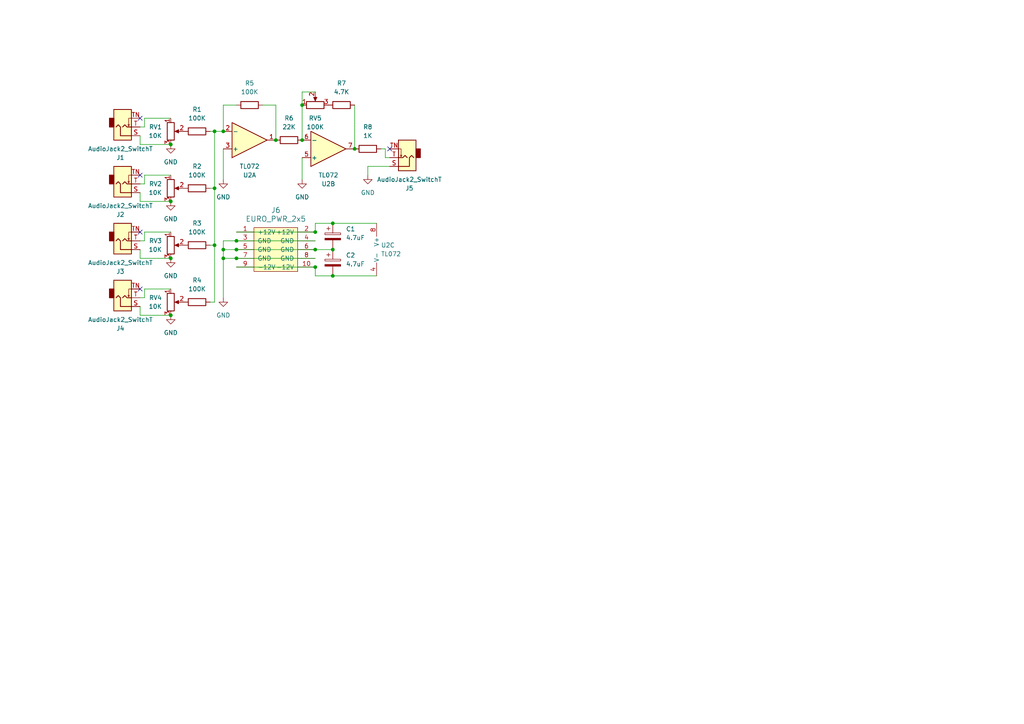
<source format=kicad_sch>
(kicad_sch (version 20230121) (generator eeschema)
  (paper "A4")
  (lib_symbols
    (symbol "Amplifier_Operational:TL072" (pin_names (offset 0.127))
      (property "Reference" "U" (at 0 5.08 0))
      (property "Value" "TL072" (at 0 -5.08 0))
      (symbol "TL072_1_1"
        (polyline (pts (xy -5.08 5.08) (xy 5.08 0) (xy -5.08 -5.08) (xy -5.08 5.08)) (stroke (width 0.254)) (fill (type background)))
        (pin output line (at 7.62 0 180) (length 2.54) (name "~") (number "1"))
        (pin input line (at -7.62 -2.54 0) (length 2.54) (name "-") (number "2"))
        (pin input line (at -7.62 2.54 0) (length 2.54) (name "+") (number "3"))
      )
      (symbol "TL072_2_1"
        (polyline (pts (xy -5.08 5.08) (xy 5.08 0) (xy -5.08 -5.08) (xy -5.08 5.08)) (stroke (width 0.254)) (fill (type background)))
        (pin input line (at -7.62 2.54 0) (length 2.54) (name "+") (number "5"))
        (pin input line (at -7.62 -2.54 0) (length 2.54) (name "-") (number "6"))
        (pin output line (at 7.62 0 180) (length 2.54) (name "~") (number "7"))
      )
      (symbol "TL072_3_1"
        (pin power_in line (at -2.54 -7.62 90) (length 3.81) (name "V-") (number "4"))
        (pin power_in line (at -2.54 7.62 270) (length 3.81) (name "V+") (number "8"))
      )
    )
    (symbol "Connector_Audio:AudioJack2_SwitchT"
      (property "Reference" "J" (at 0 8.89 0))
      (property "Value" "AudioJack2_SwitchT" (at 0 6.35 0))
      (symbol "AudioJack2_SwitchT_0_1"
        (rectangle (start -2.54 0) (end -3.81 -2.54) (stroke (width 0.254)) (fill (type outline)))
        (polyline (pts (xy 1.778 -0.254) (xy 2.032 -0.762)))
        (polyline (pts (xy 0 0) (xy 0.635 -0.635) (xy 1.27 0) (xy 2.54 0)) (stroke (width 0.254)))
        (polyline (pts (xy 2.54 -2.54) (xy 1.778 -2.54) (xy 1.778 -0.254) (xy 1.524 -0.762)))
        (polyline (pts (xy 2.54 2.54) (xy -0.635 2.54) (xy -0.635 0) (xy -1.27 -0.635) (xy -1.905 0)) (stroke (width 0.254)))
        (rectangle (start 2.54 3.81) (end -2.54 -5.08) (stroke (width 0.254)) (fill (type background)))
      )
      (symbol "AudioJack2_SwitchT_1_1"
        (pin passive line (at 5.08 2.54 180) (length 2.54) (name "~") (number "S"))
        (pin passive line (at 5.08 0 180) (length 2.54) (name "~") (number "T"))
        (pin passive line (at 5.08 -2.54 180) (length 2.54) (name "~") (number "TN"))
      )
    )
    (symbol "Device:C_Polarized" (pin_numbers hide) (pin_names (offset 0.254))
      (property "Reference" "C" (at 0.635 2.54 0))
      (property "Value" "C_Polarized" (at 0.635 -2.54 0))
      (symbol "C_Polarized_0_1"
        (rectangle (start -2.286 0.508) (end 2.286 1.016))
        (polyline (pts (xy -1.778 2.286) (xy -0.762 2.286)))
        (polyline (pts (xy -1.27 2.794) (xy -1.27 1.778)))
        (rectangle (start 2.286 -0.508) (end -2.286 -1.016) (fill (type outline)))
      )
      (symbol "C_Polarized_1_1"
        (pin passive line (at 0 3.81 270) (length 2.794) (name "~") (number "1"))
        (pin passive line (at 0 -3.81 90) (length 2.794) (name "~") (number "2"))
      )
    )
    (symbol "Device:R" (pin_numbers hide) (pin_names (offset 0))
      (property "Reference" "R" (at 2.032 0 90))
      (property "Value" "R" (at 0 0 90))
      (symbol "R_0_1"
        (rectangle (start -1.016 -2.54) (end 1.016 2.54) (stroke (width 0.254)))
      )
      (symbol "R_1_1"
        (pin passive line (at 0 3.81 270) (length 1.27) (name "~") (number "1"))
        (pin passive line (at 0 -3.81 90) (length 1.27) (name "~") (number "2"))
      )
    )
    (symbol "Device:R_Potentiometer" (pin_names (offset 1.016) hide)
      (property "Reference" "RV" (at -4.445 0 90))
      (property "Value" "R_Potentiometer" (at -2.54 0 90))
      (symbol "R_Potentiometer_0_1"
        (polyline (pts (xy 2.54 0) (xy 1.524 0)))
        (polyline (pts (xy 1.143 0) (xy 2.286 0.508) (xy 2.286 -0.508) (xy 1.143 0)) (fill (type outline)))
        (rectangle (start 1.016 2.54) (end -1.016 -2.54) (stroke (width 0.254)))
      )
      (symbol "R_Potentiometer_1_1"
        (pin passive line (at 0 3.81 270) (length 1.27) (name "1") (number "1"))
        (pin passive line (at 3.81 0 180) (length 1.27) (name "2") (number "2"))
        (pin passive line (at 0 -3.81 90) (length 1.27) (name "3") (number "3"))
      )
    )
    (symbol "eurocad:EURO_PWR_2x5" (pin_names (offset 1.016))
      (property "Reference" "J" (at 0 -7.62 0))
      (property "Value" "EURO_PWR_2x5" (at 0 7.62 0))
      (symbol "EURO_PWR_2x5_0_1"
        (rectangle (start -6.35 6.35) (end 6.35 -6.35) (fill (type background)))
      )
      (symbol "EURO_PWR_2x5_1_1"
        (pin power_in line (at -11.43 5.08 0) (length 5.08) (name "+12V") (number "1"))
        (pin power_in line (at 11.43 -5.08 180) (length 5.08) (name "-12V") (number "10"))
        (pin power_in line (at 11.43 5.08 180) (length 5.08) (name "+12V") (number "2"))
        (pin power_in line (at -11.43 2.54 0) (length 5.08) (name "GND") (number "3"))
        (pin power_in line (at 11.43 2.54 180) (length 5.08) (name "GND") (number "4"))
        (pin power_in line (at -11.43 0 0) (length 5.08) (name "GND") (number "5"))
        (pin power_in line (at 11.43 0 180) (length 5.08) (name "GND") (number "6"))
        (pin power_in line (at -11.43 -2.54 0) (length 5.08) (name "GND") (number "7"))
        (pin power_in line (at 11.43 -2.54 180) (length 5.08) (name "GND") (number "8"))
        (pin power_in line (at -11.43 -5.08 0) (length 5.08) (name "-12V") (number "9"))
      )
    )
    (symbol "power:GND" (power) (pin_names (offset 0))
      (property "Value" "GND" (at 0 -3.81 0))
      (symbol "GND_0_1"
        (polyline (pts (xy 0 0) (xy 0 -1.27) (xy 1.27 -1.27) (xy 0 -2.54) (xy -1.27 -1.27) (xy 0 -1.27)))
      )
      (symbol "GND_1_1"
        (pin power_in line (at 0 0 270) (length 0) hide (name "GND") (number "1"))
      )
    )
  )
  (junction (at 80.01 40.64))
  (junction (at 62.23 71.12))
  (junction (at 49.53 58.42))
  (junction (at 96.52 80.01))
  (junction (at 91.44 77.47))
  (junction (at 64.77 72.39))
  (junction (at 68.58 69.85))
  (junction (at 64.77 38.1))
  (junction (at 49.53 41.91))
  (junction (at 102.87 43.18))
  (junction (at 62.23 54.61))
  (junction (at 68.58 72.39))
  (junction (at 49.53 91.44))
  (junction (at 87.63 40.64))
  (junction (at 91.44 72.39))
  (junction (at 64.77 74.93))
  (junction (at 62.23 38.1))
  (junction (at 68.58 74.93))
  (junction (at 96.52 72.39))
  (junction (at 49.53 74.93))
  (junction (at 96.52 64.77))
  (junction (at 87.63 30.48))
  (junction (at 91.44 67.31))
  (no_connect (at 40.64 34.29))
  (no_connect (at 40.64 83.82))
  (no_connect (at 40.64 67.31))
  (no_connect (at 113.03 43.18))
  (no_connect (at 40.64 50.8))
  (wire (pts (xy 41.91 86.36) (xy 41.91 83.82)))
  (wire (pts (xy 111.76 43.18) (xy 111.76 45.72)))
  (wire (pts (xy 49.53 74.93) (xy 40.64 74.93)))
  (wire (pts (xy 64.77 72.39) (xy 64.77 74.93)))
  (wire (pts (xy 68.58 77.47) (xy 91.44 77.47)))
  (wire (pts (xy 40.64 69.85) (xy 41.91 69.85)))
  (wire (pts (xy 87.63 52.07) (xy 87.63 45.72)))
  (wire (pts (xy 64.77 72.39) (xy 68.58 72.39)))
  (wire (pts (xy 41.91 53.34) (xy 41.91 50.8)))
  (wire (pts (xy 87.63 30.48) (xy 87.63 40.64)))
  (wire (pts (xy 60.96 38.1) (xy 62.23 38.1)))
  (wire (pts (xy 64.77 38.1) (xy 64.77 30.48)))
  (wire (pts (xy 40.64 91.44) (xy 40.64 88.9)))
  (wire (pts (xy 41.91 69.85) (xy 41.91 67.31)))
  (wire (pts (xy 64.77 74.93) (xy 64.77 86.36)))
  (wire (pts (xy 102.87 30.48) (xy 102.87 43.18)))
  (wire (pts (xy 80.01 30.48) (xy 80.01 40.64)))
  (wire (pts (xy 68.58 69.85) (xy 64.77 69.85)))
  (wire (pts (xy 40.64 36.83) (xy 41.91 36.83)))
  (wire (pts (xy 62.23 38.1) (xy 64.77 38.1)))
  (wire (pts (xy 62.23 54.61) (xy 62.23 71.12)))
  (wire (pts (xy 49.53 41.91) (xy 40.64 41.91)))
  (wire (pts (xy 41.91 36.83) (xy 41.91 34.29)))
  (wire (pts (xy 91.44 72.39) (xy 96.52 72.39)))
  (wire (pts (xy 64.77 43.18) (xy 64.77 52.07)))
  (wire (pts (xy 68.58 67.31) (xy 91.44 67.31)))
  (wire (pts (xy 62.23 71.12) (xy 62.23 87.63)))
  (wire (pts (xy 40.64 41.91) (xy 40.64 39.37)))
  (wire (pts (xy 76.2 30.48) (xy 80.01 30.48)))
  (wire (pts (xy 64.77 74.93) (xy 68.58 74.93)))
  (wire (pts (xy 41.91 50.8) (xy 49.53 50.8)))
  (wire (pts (xy 91.44 80.01) (xy 96.52 80.01)))
  (wire (pts (xy 91.44 26.67) (xy 87.63 26.67)))
  (wire (pts (xy 106.68 48.26) (xy 106.68 50.8)))
  (wire (pts (xy 40.64 74.93) (xy 40.64 72.39)))
  (wire (pts (xy 111.76 45.72) (xy 113.03 45.72)))
  (wire (pts (xy 49.53 91.44) (xy 40.64 91.44)))
  (wire (pts (xy 40.64 86.36) (xy 41.91 86.36)))
  (wire (pts (xy 60.96 54.61) (xy 62.23 54.61)))
  (wire (pts (xy 91.44 64.77) (xy 96.52 64.77)))
  (wire (pts (xy 68.58 74.93) (xy 91.44 74.93)))
  (wire (pts (xy 68.58 69.85) (xy 91.44 69.85)))
  (wire (pts (xy 41.91 34.29) (xy 49.53 34.29)))
  (wire (pts (xy 113.03 48.26) (xy 106.68 48.26)))
  (wire (pts (xy 60.96 71.12) (xy 62.23 71.12)))
  (wire (pts (xy 41.91 83.82) (xy 49.53 83.82)))
  (wire (pts (xy 87.63 26.67) (xy 87.63 30.48)))
  (wire (pts (xy 64.77 69.85) (xy 64.77 72.39)))
  (wire (pts (xy 64.77 30.48) (xy 68.58 30.48)))
  (wire (pts (xy 91.44 67.31) (xy 91.44 64.77)))
  (wire (pts (xy 41.91 67.31) (xy 49.53 67.31)))
  (wire (pts (xy 60.96 87.63) (xy 62.23 87.63)))
  (wire (pts (xy 91.44 77.47) (xy 91.44 80.01)))
  (wire (pts (xy 49.53 58.42) (xy 40.64 58.42)))
  (wire (pts (xy 62.23 38.1) (xy 62.23 54.61)))
  (wire (pts (xy 96.52 80.01) (xy 109.22 80.01)))
  (wire (pts (xy 96.52 64.77) (xy 109.22 64.77)))
  (wire (pts (xy 40.64 58.42) (xy 40.64 55.88)))
  (wire (pts (xy 110.49 43.18) (xy 111.76 43.18)))
  (wire (pts (xy 68.58 72.39) (xy 91.44 72.39)))
  (wire (pts (xy 40.64 53.34) (xy 41.91 53.34)))
  (symbol (lib_id "power:GND") (at 49.53 91.44 0) (unit 1)
    (property "Reference" "#PWR011" (effects hide))
    (property "Value" "GND" (at 49.53 96.52 0))
  )
  (symbol (lib_id "eurocad:EURO_PWR_2x5") (at 80.01 72.39 0) (unit 1)
    (property "Reference" "J6" (at 80.01 60.96 0) (effects (font (size 1.524 1.524))))
    (property "Value" "EURO_PWR_2x5" (at 80.01 63.5 0) (effects (font (size 1.524 1.524))))
    (property "Footprint" "Connector_IDC:IDC-Header_2x05_P2.54mm_Vertical" (effects hide))
  )
  (symbol (lib_id "Device:R") (at 57.15 87.63 90) (unit 1)
    (property "Reference" "R4" (at 57.15 81.28 90))
    (property "Value" "100K" (at 57.15 83.82 90))
    (property "Footprint" "Resistor_THT:R_Axial_DIN0207_L6.3mm_D2.5mm_P7.62mm_Horizontal" (effects hide))
  )
  (symbol (lib_id "Connector_Audio:AudioJack2_SwitchT") (at 118.11 45.72 180) (unit 1)
    (property "Reference" "J5" (at 118.745 54.61 0))
    (property "Value" "AudioJack2_SwitchT" (at 118.745 52.07 0))
    (property "Footprint" "eurocad:PJ301M-12_T_S" (effects hide))
  )
  (symbol (lib_id "Connector_Audio:AudioJack2_SwitchT") (at 35.56 86.36 0) (mirror x) (unit 1)
    (property "Reference" "J4" (at 34.925 95.25 0))
    (property "Value" "AudioJack2_SwitchT" (at 34.925 92.71 0))
    (property "Footprint" "eurocad:PJ301M-12_T_S" (effects hide))
  )
  (symbol (lib_id "Device:R") (at 99.06 30.48 90) (unit 1)
    (property "Reference" "R7" (at 99.06 24.13 90))
    (property "Value" "4.7K" (at 99.06 26.67 90))
    (property "Footprint" "Resistor_THT:R_Axial_DIN0207_L6.3mm_D2.5mm_P7.62mm_Horizontal" (effects hide))
  )
  (symbol (lib_id "power:GND") (at 87.63 52.07 0) (unit 1)
    (property "Reference" "#PWR04" (effects hide))
    (property "Value" "GND" (at 87.63 57.15 0))
  )
  (symbol (lib_id "power:GND") (at 49.53 58.42 0) (unit 1)
    (property "Reference" "#PWR06" (effects hide))
    (property "Value" "GND" (at 49.53 63.5 0))
  )
  (symbol (lib_id "Device:R") (at 72.39 30.48 90) (unit 1)
    (property "Reference" "R5" (at 72.39 24.13 90))
    (property "Value" "100K" (at 72.39 26.67 90))
    (property "Footprint" "Resistor_THT:R_Axial_DIN0207_L6.3mm_D2.5mm_P7.62mm_Horizontal" (effects hide))
  )
  (symbol (lib_id "Device:R_Potentiometer") (at 49.53 38.1 0) (unit 1)
    (property "Reference" "RV1" (at 46.99 36.83 0) (effects (justify right)))
    (property "Value" "10K" (at 46.99 39.37 0) (effects (justify right)))
    (property "Footprint" "eurocad:Alpha9mmPot" (effects hide))
  )
  (symbol (lib_id "Device:R") (at 57.15 38.1 90) (unit 1)
    (property "Reference" "R1" (at 57.15 31.75 90))
    (property "Value" "100K" (at 57.15 34.29 90))
    (property "Footprint" "Resistor_THT:R_Axial_DIN0207_L6.3mm_D2.5mm_P7.62mm_Horizontal" (effects hide))
  )
  (symbol (lib_id "Device:R") (at 57.15 54.61 90) (unit 1)
    (property "Reference" "R2" (at 57.15 48.26 90))
    (property "Value" "100K" (at 57.15 50.8 90))
    (property "Footprint" "Resistor_THT:R_Axial_DIN0207_L6.3mm_D2.5mm_P7.62mm_Horizontal" (effects hide))
  )
  (symbol (lib_id "power:GND") (at 49.53 74.93 0) (unit 1)
    (property "Reference" "#PWR010" (effects hide))
    (property "Value" "GND" (at 49.53 80.01 0))
  )
  (symbol (lib_id "Device:R") (at 106.68 43.18 90) (unit 1)
    (property "Reference" "R8" (at 106.68 36.83 90))
    (property "Value" "1K" (at 106.68 39.37 90))
    (property "Footprint" "Resistor_THT:R_Axial_DIN0207_L6.3mm_D2.5mm_P7.62mm_Horizontal" (effects hide))
  )
  (symbol (lib_id "Connector_Audio:AudioJack2_SwitchT") (at 35.56 69.85 0) (mirror x) (unit 1)
    (property "Reference" "J3" (at 34.925 78.74 0))
    (property "Value" "AudioJack2_SwitchT" (at 34.925 76.2 0))
    (property "Footprint" "eurocad:PJ301M-12_T_S" (effects hide))
  )
  (symbol (lib_id "power:GND") (at 49.53 41.91 0) (unit 1)
    (property "Reference" "#PWR01" (effects hide))
    (property "Value" "GND" (at 49.53 46.99 0))
  )
  (symbol (lib_id "Amplifier_Operational:TL072") (at 111.76 72.39 0) (unit 3)
    (property "Reference" "U2" (at 110.49 71.12 0) (effects (justify left)))
    (property "Value" "TL072" (at 110.49 73.66 0) (effects (justify left)))
    (property "Footprint" "Package_DIP:DIP-8_W7.62mm" (effects hide))
    (property "Datasheet" "http://www.ti.com/lit/ds/symlink/tl071.pdf" (effects hide))
  )
  (symbol (lib_id "Connector_Audio:AudioJack2_SwitchT") (at 35.56 36.83 0) (mirror x) (unit 1)
    (property "Reference" "J1" (at 34.925 45.72 0))
    (property "Value" "AudioJack2_SwitchT" (at 34.925 43.18 0))
    (property "Footprint" "eurocad:PJ301M-12_T_S" (effects hide))
  )
  (symbol (lib_id "Device:R_Potentiometer") (at 49.53 87.63 0) (unit 1)
    (property "Reference" "RV4" (at 46.99 86.36 0) (effects (justify right)))
    (property "Value" "10K" (at 46.99 88.9 0) (effects (justify right)))
    (property "Footprint" "eurocad:Alpha9mmPot" (effects hide))
  )
  (symbol (lib_id "Connector_Audio:AudioJack2_SwitchT") (at 35.56 53.34 0) (mirror x) (unit 1)
    (property "Reference" "J2" (at 34.925 62.23 0))
    (property "Value" "AudioJack2_SwitchT" (at 34.925 59.69 0))
    (property "Footprint" "eurocad:PJ301M-12_T_S" (effects hide))
  )
  (symbol (lib_id "Device:R_Potentiometer") (at 91.44 30.48 90) (unit 1)
    (property "Reference" "RV5" (at 91.44 34.29 90))
    (property "Value" "100K" (at 91.44 36.83 90))
    (property "Footprint" "eurocad:Alpha9mmPot" (effects hide))
  )
  (symbol (lib_id "power:GND") (at 64.77 52.07 0) (unit 1)
    (property "Reference" "#PWR03" (effects hide))
    (property "Value" "GND" (at 64.77 57.15 0))
  )
  (symbol (lib_id "Device:C_Polarized") (at 96.52 76.2 0) (unit 1)
    (property "Reference" "C2" (at 100.33 74.041 0) (effects (justify left)))
    (property "Value" "4.7uF" (at 100.33 76.581 0) (effects (justify left)))
    (property "Footprint" "Capacitor_THT:CP_Radial_D5.0mm_P2.50mm" (effects hide))
  )
  (symbol (lib_id "Amplifier_Operational:TL072") (at 95.25 43.18 0) (mirror x) (unit 2)
    (property "Reference" "U2" (at 95.25 53.34 0))
    (property "Value" "TL072" (at 95.25 50.8 0))
    (property "Footprint" "Package_DIP:DIP-8_W7.62mm" (effects hide))
    (property "Datasheet" "http://www.ti.com/lit/ds/symlink/tl071.pdf" (effects hide))
  )
  (symbol (lib_id "power:GND") (at 106.68 50.8 0) (unit 1)
    (property "Reference" "#PWR07" (effects hide))
    (property "Value" "GND" (at 106.68 55.88 0))
  )
  (symbol (lib_id "Device:C_Polarized") (at 96.52 68.58 0) (unit 1)
    (property "Reference" "C1" (at 100.33 66.421 0) (effects (justify left)))
    (property "Value" "4.7uF" (at 100.33 68.961 0) (effects (justify left)))
    (property "Footprint" "Capacitor_THT:CP_Radial_D5.0mm_P2.50mm" (effects hide))
  )
  (symbol (lib_id "power:GND") (at 64.77 86.36 0) (unit 1)
    (property "Reference" "#PWR012" (effects hide))
    (property "Value" "GND" (at 64.77 91.44 0))
  )
  (symbol (lib_id "Device:R") (at 57.15 71.12 90) (unit 1)
    (property "Reference" "R3" (at 57.15 64.77 90))
    (property "Value" "100K" (at 57.15 67.31 90))
    (property "Footprint" "Resistor_THT:R_Axial_DIN0207_L6.3mm_D2.5mm_P7.62mm_Horizontal" (effects hide))
  )
  (symbol (lib_id "Device:R_Potentiometer") (at 49.53 54.61 0) (unit 1)
    (property "Reference" "RV2" (at 46.99 53.34 0) (effects (justify right)))
    (property "Value" "10K" (at 46.99 55.88 0) (effects (justify right)))
    (property "Footprint" "eurocad:Alpha9mmPot" (effects hide))
  )
  (symbol (lib_id "Device:R") (at 83.82 40.64 90) (unit 1)
    (property "Reference" "R6" (at 83.82 34.29 90))
    (property "Value" "22K" (at 83.82 36.83 90))
    (property "Footprint" "Resistor_THT:R_Axial_DIN0207_L6.3mm_D2.5mm_P7.62mm_Horizontal" (effects hide))
  )
  (symbol (lib_id "Amplifier_Operational:TL072") (at 72.39 40.64 0) (mirror x) (unit 1)
    (property "Reference" "U2" (at 72.39 50.8 0))
    (property "Value" "TL072" (at 72.39 48.26 0))
    (property "Footprint" "Package_DIP:DIP-8_W7.62mm" (effects hide))
    (property "Datasheet" "http://www.ti.com/lit/ds/symlink/tl071.pdf" (effects hide))
  )
  (symbol (lib_id "Device:R_Potentiometer") (at 49.53 71.12 0) (unit 1)
    (property "Reference" "RV3" (at 46.99 69.85 0) (effects (justify right)))
    (property "Value" "10K" (at 46.99 72.39 0) (effects (justify right)))
    (property "Footprint" "eurocad:Alpha9mmPot" (effects hide))
  )
)
</source>
